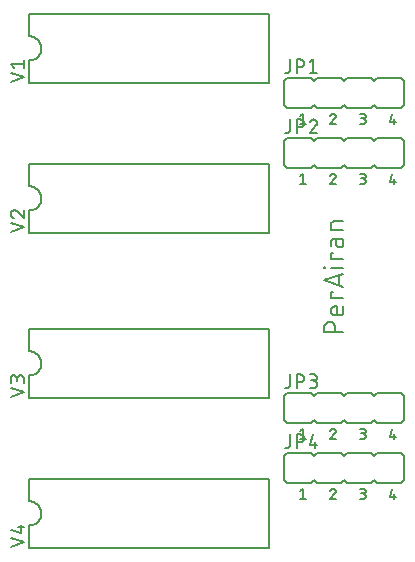
<source format=gbr>
G04 EAGLE Gerber RS-274X export*
G75*
%MOMM*%
%FSLAX34Y34*%
%LPD*%
%INSilkscreen Top*%
%IPPOS*%
%AMOC8*
5,1,8,0,0,1.08239X$1,22.5*%
G01*
%ADD10C,0.152400*%
%ADD11C,0.127000*%


D10*
X443738Y407162D02*
X427482Y407162D01*
X427482Y411678D01*
X427484Y411811D01*
X427490Y411943D01*
X427500Y412075D01*
X427513Y412207D01*
X427531Y412339D01*
X427552Y412469D01*
X427577Y412600D01*
X427606Y412729D01*
X427639Y412857D01*
X427675Y412985D01*
X427715Y413111D01*
X427759Y413236D01*
X427807Y413360D01*
X427858Y413482D01*
X427913Y413603D01*
X427971Y413722D01*
X428033Y413840D01*
X428098Y413955D01*
X428167Y414069D01*
X428238Y414180D01*
X428314Y414289D01*
X428392Y414396D01*
X428473Y414501D01*
X428558Y414603D01*
X428645Y414703D01*
X428735Y414800D01*
X428828Y414895D01*
X428924Y414986D01*
X429022Y415075D01*
X429123Y415161D01*
X429227Y415244D01*
X429333Y415324D01*
X429441Y415400D01*
X429551Y415474D01*
X429664Y415544D01*
X429778Y415611D01*
X429895Y415674D01*
X430013Y415734D01*
X430133Y415791D01*
X430255Y415844D01*
X430378Y415893D01*
X430502Y415939D01*
X430628Y415981D01*
X430755Y416019D01*
X430883Y416054D01*
X431012Y416085D01*
X431141Y416112D01*
X431272Y416135D01*
X431403Y416155D01*
X431535Y416170D01*
X431667Y416182D01*
X431799Y416190D01*
X431932Y416194D01*
X432064Y416194D01*
X432197Y416190D01*
X432329Y416182D01*
X432461Y416170D01*
X432593Y416155D01*
X432724Y416135D01*
X432855Y416112D01*
X432984Y416085D01*
X433113Y416054D01*
X433241Y416019D01*
X433368Y415981D01*
X433494Y415939D01*
X433618Y415893D01*
X433741Y415844D01*
X433863Y415791D01*
X433983Y415734D01*
X434101Y415674D01*
X434218Y415611D01*
X434332Y415544D01*
X434445Y415474D01*
X434555Y415400D01*
X434663Y415324D01*
X434769Y415244D01*
X434873Y415161D01*
X434974Y415075D01*
X435072Y414986D01*
X435168Y414895D01*
X435261Y414800D01*
X435351Y414703D01*
X435438Y414603D01*
X435523Y414501D01*
X435604Y414396D01*
X435682Y414289D01*
X435758Y414180D01*
X435829Y414069D01*
X435898Y413955D01*
X435963Y413840D01*
X436025Y413722D01*
X436083Y413603D01*
X436138Y413482D01*
X436189Y413360D01*
X436237Y413236D01*
X436281Y413111D01*
X436321Y412985D01*
X436357Y412857D01*
X436390Y412729D01*
X436419Y412600D01*
X436444Y412469D01*
X436465Y412339D01*
X436483Y412207D01*
X436496Y412075D01*
X436506Y411943D01*
X436512Y411811D01*
X436514Y411678D01*
X436513Y411678D02*
X436513Y407162D01*
X443738Y424632D02*
X443738Y429147D01*
X443738Y424632D02*
X443736Y424531D01*
X443730Y424430D01*
X443721Y424329D01*
X443708Y424228D01*
X443691Y424128D01*
X443670Y424029D01*
X443646Y423931D01*
X443618Y423834D01*
X443586Y423737D01*
X443551Y423642D01*
X443512Y423549D01*
X443470Y423457D01*
X443424Y423366D01*
X443375Y423278D01*
X443323Y423191D01*
X443267Y423106D01*
X443209Y423023D01*
X443147Y422943D01*
X443082Y422865D01*
X443015Y422789D01*
X442945Y422716D01*
X442872Y422646D01*
X442796Y422579D01*
X442718Y422514D01*
X442638Y422452D01*
X442555Y422394D01*
X442470Y422338D01*
X442384Y422286D01*
X442295Y422237D01*
X442204Y422191D01*
X442112Y422149D01*
X442019Y422110D01*
X441924Y422075D01*
X441827Y422043D01*
X441730Y422015D01*
X441632Y421991D01*
X441533Y421970D01*
X441433Y421953D01*
X441332Y421940D01*
X441231Y421931D01*
X441130Y421925D01*
X441029Y421923D01*
X441029Y421922D02*
X436513Y421922D01*
X436513Y421923D02*
X436394Y421925D01*
X436274Y421931D01*
X436155Y421941D01*
X436037Y421955D01*
X435918Y421972D01*
X435801Y421994D01*
X435684Y422019D01*
X435569Y422049D01*
X435454Y422082D01*
X435340Y422119D01*
X435228Y422159D01*
X435117Y422204D01*
X435008Y422252D01*
X434900Y422303D01*
X434794Y422358D01*
X434690Y422417D01*
X434588Y422479D01*
X434488Y422544D01*
X434390Y422613D01*
X434294Y422685D01*
X434201Y422760D01*
X434111Y422837D01*
X434023Y422918D01*
X433938Y423002D01*
X433856Y423089D01*
X433776Y423178D01*
X433700Y423270D01*
X433626Y423364D01*
X433556Y423461D01*
X433489Y423559D01*
X433425Y423660D01*
X433365Y423764D01*
X433308Y423869D01*
X433255Y423976D01*
X433205Y424084D01*
X433159Y424194D01*
X433117Y424306D01*
X433078Y424419D01*
X433043Y424533D01*
X433012Y424648D01*
X432984Y424765D01*
X432961Y424882D01*
X432941Y424999D01*
X432925Y425118D01*
X432913Y425237D01*
X432905Y425356D01*
X432901Y425475D01*
X432901Y425595D01*
X432905Y425714D01*
X432913Y425833D01*
X432925Y425952D01*
X432941Y426071D01*
X432961Y426188D01*
X432984Y426305D01*
X433012Y426422D01*
X433043Y426537D01*
X433078Y426651D01*
X433117Y426764D01*
X433159Y426876D01*
X433205Y426986D01*
X433255Y427094D01*
X433308Y427201D01*
X433365Y427306D01*
X433425Y427410D01*
X433489Y427511D01*
X433556Y427609D01*
X433626Y427706D01*
X433700Y427800D01*
X433776Y427892D01*
X433856Y427981D01*
X433938Y428068D01*
X434023Y428152D01*
X434111Y428233D01*
X434201Y428310D01*
X434294Y428385D01*
X434390Y428457D01*
X434488Y428526D01*
X434588Y428591D01*
X434690Y428653D01*
X434794Y428712D01*
X434900Y428767D01*
X435008Y428818D01*
X435117Y428866D01*
X435228Y428911D01*
X435340Y428951D01*
X435454Y428988D01*
X435569Y429021D01*
X435684Y429051D01*
X435801Y429076D01*
X435918Y429098D01*
X436037Y429115D01*
X436155Y429129D01*
X436274Y429139D01*
X436394Y429145D01*
X436513Y429147D01*
X438319Y429147D01*
X438319Y421922D01*
X443738Y436075D02*
X432901Y436075D01*
X432901Y441494D01*
X434707Y441494D01*
X443738Y445647D02*
X427482Y451066D01*
X443738Y456484D01*
X439674Y455130D02*
X439674Y447002D01*
X443738Y462008D02*
X432901Y462008D01*
X428385Y461556D02*
X427482Y461556D01*
X427482Y462459D01*
X428385Y462459D01*
X428385Y461556D01*
X432901Y468901D02*
X443738Y468901D01*
X432901Y468901D02*
X432901Y474319D01*
X434707Y474319D01*
X437416Y482324D02*
X437416Y486388D01*
X437416Y482324D02*
X437418Y482212D01*
X437424Y482101D01*
X437434Y481990D01*
X437447Y481879D01*
X437465Y481769D01*
X437487Y481660D01*
X437512Y481551D01*
X437541Y481443D01*
X437574Y481337D01*
X437611Y481231D01*
X437651Y481127D01*
X437695Y481025D01*
X437743Y480924D01*
X437794Y480825D01*
X437849Y480727D01*
X437907Y480632D01*
X437968Y480539D01*
X438033Y480448D01*
X438101Y480359D01*
X438172Y480273D01*
X438245Y480190D01*
X438322Y480109D01*
X438402Y480030D01*
X438484Y479955D01*
X438569Y479883D01*
X438656Y479813D01*
X438746Y479747D01*
X438838Y479684D01*
X438933Y479624D01*
X439029Y479568D01*
X439127Y479515D01*
X439227Y479466D01*
X439329Y479420D01*
X439432Y479378D01*
X439537Y479339D01*
X439643Y479304D01*
X439750Y479273D01*
X439858Y479246D01*
X439967Y479222D01*
X440077Y479203D01*
X440187Y479187D01*
X440298Y479175D01*
X440410Y479167D01*
X440521Y479163D01*
X440633Y479163D01*
X440744Y479167D01*
X440856Y479175D01*
X440967Y479187D01*
X441077Y479203D01*
X441187Y479222D01*
X441296Y479246D01*
X441404Y479273D01*
X441511Y479304D01*
X441617Y479339D01*
X441722Y479378D01*
X441825Y479420D01*
X441927Y479466D01*
X442027Y479515D01*
X442125Y479568D01*
X442221Y479624D01*
X442316Y479684D01*
X442408Y479747D01*
X442498Y479813D01*
X442585Y479883D01*
X442670Y479955D01*
X442752Y480030D01*
X442832Y480109D01*
X442909Y480190D01*
X442982Y480273D01*
X443053Y480359D01*
X443121Y480448D01*
X443186Y480539D01*
X443247Y480632D01*
X443305Y480727D01*
X443360Y480825D01*
X443411Y480924D01*
X443459Y481025D01*
X443503Y481127D01*
X443543Y481231D01*
X443580Y481337D01*
X443613Y481443D01*
X443642Y481551D01*
X443667Y481660D01*
X443689Y481769D01*
X443707Y481879D01*
X443720Y481990D01*
X443730Y482101D01*
X443736Y482212D01*
X443738Y482324D01*
X443738Y486388D01*
X435610Y486388D01*
X435509Y486386D01*
X435408Y486380D01*
X435307Y486371D01*
X435206Y486358D01*
X435106Y486341D01*
X435007Y486320D01*
X434909Y486296D01*
X434812Y486268D01*
X434715Y486236D01*
X434620Y486201D01*
X434527Y486162D01*
X434435Y486120D01*
X434344Y486074D01*
X434256Y486025D01*
X434169Y485973D01*
X434084Y485917D01*
X434001Y485859D01*
X433921Y485797D01*
X433843Y485732D01*
X433767Y485665D01*
X433694Y485595D01*
X433624Y485522D01*
X433557Y485446D01*
X433492Y485368D01*
X433430Y485288D01*
X433372Y485205D01*
X433316Y485120D01*
X433264Y485034D01*
X433215Y484945D01*
X433169Y484854D01*
X433127Y484762D01*
X433088Y484669D01*
X433053Y484574D01*
X433021Y484477D01*
X432993Y484380D01*
X432969Y484282D01*
X432948Y484183D01*
X432931Y484083D01*
X432918Y483982D01*
X432909Y483881D01*
X432903Y483780D01*
X432901Y483679D01*
X432901Y480067D01*
X432901Y493826D02*
X443738Y493826D01*
X432901Y493826D02*
X432901Y498341D01*
X432903Y498445D01*
X432909Y498548D01*
X432919Y498652D01*
X432933Y498755D01*
X432951Y498857D01*
X432972Y498958D01*
X432998Y499059D01*
X433027Y499158D01*
X433060Y499257D01*
X433097Y499354D01*
X433138Y499449D01*
X433182Y499543D01*
X433230Y499635D01*
X433281Y499725D01*
X433336Y499814D01*
X433394Y499900D01*
X433456Y499983D01*
X433520Y500065D01*
X433588Y500143D01*
X433658Y500219D01*
X433731Y500293D01*
X433808Y500363D01*
X433886Y500431D01*
X433968Y500495D01*
X434051Y500557D01*
X434137Y500615D01*
X434226Y500670D01*
X434316Y500721D01*
X434408Y500769D01*
X434502Y500813D01*
X434597Y500854D01*
X434694Y500891D01*
X434793Y500924D01*
X434892Y500953D01*
X434993Y500979D01*
X435094Y501000D01*
X435196Y501018D01*
X435299Y501032D01*
X435403Y501042D01*
X435506Y501048D01*
X435610Y501050D01*
X435610Y501051D02*
X443738Y501051D01*
X393700Y599440D02*
X393700Y619760D01*
X447040Y622300D02*
X467360Y622300D01*
X447040Y622300D02*
X444500Y619760D01*
X447040Y596900D02*
X467360Y596900D01*
X447040Y596900D02*
X444500Y599440D01*
X467360Y596900D02*
X469900Y599440D01*
X469900Y619760D02*
X467360Y622300D01*
X444500Y619760D02*
X441960Y622300D01*
X421640Y622300D01*
X419100Y619760D01*
X416560Y622300D01*
X396240Y622300D02*
X393700Y619760D01*
X396240Y622300D02*
X416560Y622300D01*
X441960Y596900D02*
X444500Y599440D01*
X421640Y596900D02*
X419100Y599440D01*
X416560Y596900D01*
X396240Y596900D02*
X393700Y599440D01*
X421640Y596900D02*
X441960Y596900D01*
X416560Y596900D02*
X396240Y596900D01*
X495300Y599440D02*
X495300Y619760D01*
X492760Y622300D01*
X495300Y599440D02*
X492760Y596900D01*
X472440Y596900D02*
X469900Y599440D01*
X469900Y619760D02*
X472440Y622300D01*
X492760Y622300D01*
X492760Y596900D02*
X472440Y596900D01*
D11*
X409434Y592201D02*
X407035Y590282D01*
X409434Y592201D02*
X409434Y583565D01*
X407035Y583565D02*
X411833Y583565D01*
X435074Y592201D02*
X435166Y592199D01*
X435257Y592193D01*
X435348Y592184D01*
X435439Y592170D01*
X435529Y592153D01*
X435618Y592131D01*
X435706Y592106D01*
X435793Y592078D01*
X435879Y592045D01*
X435963Y592009D01*
X436046Y591970D01*
X436127Y591927D01*
X436206Y591880D01*
X436283Y591831D01*
X436358Y591778D01*
X436430Y591722D01*
X436500Y591663D01*
X436568Y591601D01*
X436633Y591536D01*
X436695Y591468D01*
X436754Y591398D01*
X436810Y591326D01*
X436863Y591251D01*
X436912Y591174D01*
X436959Y591095D01*
X437002Y591014D01*
X437041Y590931D01*
X437077Y590847D01*
X437110Y590761D01*
X437138Y590674D01*
X437163Y590586D01*
X437185Y590497D01*
X437202Y590407D01*
X437216Y590316D01*
X437225Y590225D01*
X437231Y590134D01*
X437233Y590042D01*
X435074Y592201D02*
X434971Y592199D01*
X434869Y592193D01*
X434767Y592184D01*
X434665Y592171D01*
X434564Y592154D01*
X434463Y592133D01*
X434364Y592109D01*
X434265Y592080D01*
X434168Y592049D01*
X434071Y592013D01*
X433976Y591975D01*
X433883Y591932D01*
X433791Y591886D01*
X433701Y591837D01*
X433613Y591785D01*
X433526Y591729D01*
X433442Y591670D01*
X433361Y591609D01*
X433281Y591544D01*
X433204Y591476D01*
X433129Y591405D01*
X433058Y591332D01*
X432989Y591256D01*
X432922Y591178D01*
X432859Y591097D01*
X432799Y591014D01*
X432742Y590929D01*
X432688Y590842D01*
X432637Y590752D01*
X432590Y590661D01*
X432546Y590569D01*
X432505Y590474D01*
X432468Y590379D01*
X432435Y590282D01*
X436513Y588363D02*
X436580Y588429D01*
X436644Y588498D01*
X436705Y588569D01*
X436763Y588643D01*
X436818Y588719D01*
X436870Y588797D01*
X436919Y588877D01*
X436965Y588959D01*
X437007Y589043D01*
X437046Y589129D01*
X437081Y589216D01*
X437112Y589304D01*
X437140Y589394D01*
X437165Y589484D01*
X437186Y589576D01*
X437203Y589668D01*
X437216Y589761D01*
X437225Y589854D01*
X437231Y589948D01*
X437233Y590042D01*
X436513Y588363D02*
X432435Y583565D01*
X437233Y583565D01*
X457835Y583565D02*
X460234Y583565D01*
X460331Y583567D01*
X460427Y583573D01*
X460523Y583582D01*
X460619Y583596D01*
X460714Y583613D01*
X460808Y583635D01*
X460901Y583660D01*
X460994Y583688D01*
X461085Y583721D01*
X461174Y583757D01*
X461262Y583797D01*
X461349Y583840D01*
X461434Y583886D01*
X461516Y583936D01*
X461597Y583990D01*
X461675Y584046D01*
X461751Y584106D01*
X461825Y584168D01*
X461896Y584234D01*
X461964Y584302D01*
X462030Y584373D01*
X462092Y584447D01*
X462152Y584523D01*
X462208Y584601D01*
X462262Y584682D01*
X462312Y584765D01*
X462358Y584849D01*
X462401Y584936D01*
X462441Y585024D01*
X462477Y585113D01*
X462510Y585204D01*
X462538Y585297D01*
X462563Y585390D01*
X462585Y585484D01*
X462602Y585579D01*
X462616Y585675D01*
X462625Y585771D01*
X462631Y585867D01*
X462633Y585964D01*
X462631Y586061D01*
X462625Y586157D01*
X462616Y586253D01*
X462602Y586349D01*
X462585Y586444D01*
X462563Y586538D01*
X462538Y586631D01*
X462510Y586724D01*
X462477Y586815D01*
X462441Y586904D01*
X462401Y586992D01*
X462358Y587079D01*
X462312Y587164D01*
X462262Y587246D01*
X462208Y587327D01*
X462152Y587405D01*
X462092Y587481D01*
X462030Y587555D01*
X461964Y587626D01*
X461896Y587694D01*
X461825Y587760D01*
X461751Y587822D01*
X461675Y587882D01*
X461597Y587938D01*
X461516Y587992D01*
X461434Y588042D01*
X461349Y588088D01*
X461262Y588131D01*
X461174Y588171D01*
X461085Y588207D01*
X460994Y588240D01*
X460901Y588268D01*
X460808Y588293D01*
X460714Y588315D01*
X460619Y588332D01*
X460523Y588346D01*
X460427Y588355D01*
X460331Y588361D01*
X460234Y588363D01*
X460714Y592201D02*
X457835Y592201D01*
X460714Y592201D02*
X460800Y592199D01*
X460886Y592193D01*
X460972Y592184D01*
X461057Y592170D01*
X461141Y592153D01*
X461225Y592132D01*
X461307Y592107D01*
X461388Y592079D01*
X461468Y592047D01*
X461547Y592011D01*
X461623Y591972D01*
X461698Y591929D01*
X461771Y591884D01*
X461842Y591835D01*
X461910Y591782D01*
X461977Y591727D01*
X462040Y591669D01*
X462101Y591608D01*
X462159Y591545D01*
X462214Y591478D01*
X462267Y591410D01*
X462316Y591339D01*
X462361Y591266D01*
X462404Y591191D01*
X462443Y591115D01*
X462479Y591036D01*
X462511Y590956D01*
X462539Y590875D01*
X462564Y590793D01*
X462585Y590709D01*
X462602Y590625D01*
X462616Y590540D01*
X462625Y590454D01*
X462631Y590368D01*
X462633Y590282D01*
X462631Y590196D01*
X462625Y590110D01*
X462616Y590024D01*
X462602Y589939D01*
X462585Y589855D01*
X462564Y589771D01*
X462539Y589689D01*
X462511Y589608D01*
X462479Y589528D01*
X462443Y589449D01*
X462404Y589373D01*
X462361Y589298D01*
X462316Y589225D01*
X462267Y589154D01*
X462214Y589086D01*
X462159Y589019D01*
X462101Y588956D01*
X462040Y588895D01*
X461977Y588837D01*
X461910Y588782D01*
X461842Y588729D01*
X461771Y588680D01*
X461698Y588635D01*
X461623Y588592D01*
X461547Y588553D01*
X461468Y588517D01*
X461388Y588485D01*
X461307Y588457D01*
X461225Y588432D01*
X461141Y588411D01*
X461057Y588394D01*
X460972Y588380D01*
X460886Y588371D01*
X460800Y588365D01*
X460714Y588363D01*
X458795Y588363D01*
X483235Y585484D02*
X485154Y592201D01*
X483235Y585484D02*
X488033Y585484D01*
X486593Y587403D02*
X486593Y583565D01*
X398145Y629285D02*
X398145Y638175D01*
X398145Y629285D02*
X398143Y629185D01*
X398137Y629086D01*
X398127Y628986D01*
X398114Y628888D01*
X398096Y628789D01*
X398075Y628692D01*
X398050Y628596D01*
X398021Y628500D01*
X397988Y628406D01*
X397952Y628313D01*
X397912Y628222D01*
X397868Y628132D01*
X397821Y628044D01*
X397771Y627958D01*
X397717Y627874D01*
X397660Y627792D01*
X397600Y627713D01*
X397536Y627635D01*
X397470Y627561D01*
X397401Y627489D01*
X397329Y627420D01*
X397255Y627354D01*
X397177Y627290D01*
X397098Y627230D01*
X397016Y627173D01*
X396932Y627119D01*
X396846Y627069D01*
X396758Y627022D01*
X396668Y626978D01*
X396577Y626938D01*
X396484Y626902D01*
X396390Y626869D01*
X396294Y626840D01*
X396198Y626815D01*
X396101Y626794D01*
X396002Y626776D01*
X395904Y626763D01*
X395804Y626753D01*
X395705Y626747D01*
X395605Y626745D01*
X394335Y626745D01*
X404125Y626745D02*
X404125Y638175D01*
X407300Y638175D01*
X407411Y638173D01*
X407521Y638167D01*
X407632Y638158D01*
X407742Y638144D01*
X407851Y638127D01*
X407960Y638106D01*
X408068Y638081D01*
X408175Y638052D01*
X408281Y638020D01*
X408386Y637984D01*
X408489Y637944D01*
X408591Y637901D01*
X408692Y637854D01*
X408791Y637803D01*
X408888Y637750D01*
X408982Y637693D01*
X409075Y637632D01*
X409166Y637569D01*
X409255Y637502D01*
X409341Y637432D01*
X409424Y637359D01*
X409506Y637284D01*
X409584Y637206D01*
X409659Y637124D01*
X409732Y637041D01*
X409802Y636955D01*
X409869Y636866D01*
X409932Y636775D01*
X409993Y636682D01*
X410050Y636587D01*
X410103Y636491D01*
X410154Y636392D01*
X410201Y636291D01*
X410244Y636189D01*
X410284Y636086D01*
X410320Y635981D01*
X410352Y635875D01*
X410381Y635768D01*
X410406Y635660D01*
X410427Y635551D01*
X410444Y635442D01*
X410458Y635332D01*
X410467Y635221D01*
X410473Y635111D01*
X410475Y635000D01*
X410473Y634889D01*
X410467Y634779D01*
X410458Y634668D01*
X410444Y634558D01*
X410427Y634449D01*
X410406Y634340D01*
X410381Y634232D01*
X410352Y634125D01*
X410320Y634019D01*
X410284Y633914D01*
X410244Y633811D01*
X410201Y633709D01*
X410154Y633608D01*
X410103Y633509D01*
X410050Y633413D01*
X409993Y633318D01*
X409932Y633225D01*
X409869Y633134D01*
X409802Y633045D01*
X409732Y632959D01*
X409659Y632876D01*
X409584Y632794D01*
X409506Y632716D01*
X409424Y632641D01*
X409341Y632568D01*
X409255Y632498D01*
X409166Y632431D01*
X409075Y632368D01*
X408982Y632307D01*
X408888Y632250D01*
X408791Y632197D01*
X408692Y632146D01*
X408591Y632099D01*
X408489Y632056D01*
X408386Y632016D01*
X408281Y631980D01*
X408175Y631948D01*
X408068Y631919D01*
X407960Y631894D01*
X407851Y631873D01*
X407742Y631856D01*
X407632Y631842D01*
X407521Y631833D01*
X407411Y631827D01*
X407300Y631825D01*
X404125Y631825D01*
X414984Y635635D02*
X418159Y638175D01*
X418159Y626745D01*
X414984Y626745D02*
X421334Y626745D01*
D10*
X393700Y568960D02*
X393700Y548640D01*
X447040Y571500D02*
X467360Y571500D01*
X447040Y571500D02*
X444500Y568960D01*
X447040Y546100D02*
X467360Y546100D01*
X447040Y546100D02*
X444500Y548640D01*
X467360Y546100D02*
X469900Y548640D01*
X469900Y568960D02*
X467360Y571500D01*
X444500Y568960D02*
X441960Y571500D01*
X421640Y571500D01*
X419100Y568960D01*
X416560Y571500D01*
X396240Y571500D02*
X393700Y568960D01*
X396240Y571500D02*
X416560Y571500D01*
X441960Y546100D02*
X444500Y548640D01*
X421640Y546100D02*
X419100Y548640D01*
X416560Y546100D01*
X396240Y546100D02*
X393700Y548640D01*
X421640Y546100D02*
X441960Y546100D01*
X416560Y546100D02*
X396240Y546100D01*
X495300Y548640D02*
X495300Y568960D01*
X492760Y571500D01*
X495300Y548640D02*
X492760Y546100D01*
X472440Y546100D02*
X469900Y548640D01*
X469900Y568960D02*
X472440Y571500D01*
X492760Y571500D01*
X492760Y546100D02*
X472440Y546100D01*
D11*
X409434Y541401D02*
X407035Y539482D01*
X409434Y541401D02*
X409434Y532765D01*
X407035Y532765D02*
X411833Y532765D01*
X435074Y541401D02*
X435166Y541399D01*
X435257Y541393D01*
X435348Y541384D01*
X435439Y541370D01*
X435529Y541353D01*
X435618Y541331D01*
X435706Y541306D01*
X435793Y541278D01*
X435879Y541245D01*
X435963Y541209D01*
X436046Y541170D01*
X436127Y541127D01*
X436206Y541080D01*
X436283Y541031D01*
X436358Y540978D01*
X436430Y540922D01*
X436500Y540863D01*
X436568Y540801D01*
X436633Y540736D01*
X436695Y540668D01*
X436754Y540598D01*
X436810Y540526D01*
X436863Y540451D01*
X436912Y540374D01*
X436959Y540295D01*
X437002Y540214D01*
X437041Y540131D01*
X437077Y540047D01*
X437110Y539961D01*
X437138Y539874D01*
X437163Y539786D01*
X437185Y539697D01*
X437202Y539607D01*
X437216Y539516D01*
X437225Y539425D01*
X437231Y539334D01*
X437233Y539242D01*
X435074Y541401D02*
X434971Y541399D01*
X434869Y541393D01*
X434767Y541384D01*
X434665Y541371D01*
X434564Y541354D01*
X434463Y541333D01*
X434364Y541309D01*
X434265Y541280D01*
X434168Y541249D01*
X434071Y541213D01*
X433976Y541175D01*
X433883Y541132D01*
X433791Y541086D01*
X433701Y541037D01*
X433613Y540985D01*
X433526Y540929D01*
X433442Y540870D01*
X433361Y540809D01*
X433281Y540744D01*
X433204Y540676D01*
X433129Y540605D01*
X433058Y540532D01*
X432989Y540456D01*
X432922Y540378D01*
X432859Y540297D01*
X432799Y540214D01*
X432742Y540129D01*
X432688Y540042D01*
X432637Y539952D01*
X432590Y539861D01*
X432546Y539769D01*
X432505Y539674D01*
X432468Y539579D01*
X432435Y539482D01*
X436513Y537563D02*
X436580Y537629D01*
X436644Y537698D01*
X436705Y537769D01*
X436763Y537843D01*
X436818Y537919D01*
X436870Y537997D01*
X436919Y538077D01*
X436965Y538159D01*
X437007Y538243D01*
X437046Y538329D01*
X437081Y538416D01*
X437112Y538504D01*
X437140Y538594D01*
X437165Y538684D01*
X437186Y538776D01*
X437203Y538868D01*
X437216Y538961D01*
X437225Y539054D01*
X437231Y539148D01*
X437233Y539242D01*
X436513Y537563D02*
X432435Y532765D01*
X437233Y532765D01*
X457835Y532765D02*
X460234Y532765D01*
X460331Y532767D01*
X460427Y532773D01*
X460523Y532782D01*
X460619Y532796D01*
X460714Y532813D01*
X460808Y532835D01*
X460901Y532860D01*
X460994Y532888D01*
X461085Y532921D01*
X461174Y532957D01*
X461262Y532997D01*
X461349Y533040D01*
X461434Y533086D01*
X461516Y533136D01*
X461597Y533190D01*
X461675Y533246D01*
X461751Y533306D01*
X461825Y533368D01*
X461896Y533434D01*
X461964Y533502D01*
X462030Y533573D01*
X462092Y533647D01*
X462152Y533723D01*
X462208Y533801D01*
X462262Y533882D01*
X462312Y533965D01*
X462358Y534049D01*
X462401Y534136D01*
X462441Y534224D01*
X462477Y534313D01*
X462510Y534404D01*
X462538Y534497D01*
X462563Y534590D01*
X462585Y534684D01*
X462602Y534779D01*
X462616Y534875D01*
X462625Y534971D01*
X462631Y535067D01*
X462633Y535164D01*
X462631Y535261D01*
X462625Y535357D01*
X462616Y535453D01*
X462602Y535549D01*
X462585Y535644D01*
X462563Y535738D01*
X462538Y535831D01*
X462510Y535924D01*
X462477Y536015D01*
X462441Y536104D01*
X462401Y536192D01*
X462358Y536279D01*
X462312Y536364D01*
X462262Y536446D01*
X462208Y536527D01*
X462152Y536605D01*
X462092Y536681D01*
X462030Y536755D01*
X461964Y536826D01*
X461896Y536894D01*
X461825Y536960D01*
X461751Y537022D01*
X461675Y537082D01*
X461597Y537138D01*
X461516Y537192D01*
X461434Y537242D01*
X461349Y537288D01*
X461262Y537331D01*
X461174Y537371D01*
X461085Y537407D01*
X460994Y537440D01*
X460901Y537468D01*
X460808Y537493D01*
X460714Y537515D01*
X460619Y537532D01*
X460523Y537546D01*
X460427Y537555D01*
X460331Y537561D01*
X460234Y537563D01*
X460714Y541401D02*
X457835Y541401D01*
X460714Y541401D02*
X460800Y541399D01*
X460886Y541393D01*
X460972Y541384D01*
X461057Y541370D01*
X461141Y541353D01*
X461225Y541332D01*
X461307Y541307D01*
X461388Y541279D01*
X461468Y541247D01*
X461547Y541211D01*
X461623Y541172D01*
X461698Y541129D01*
X461771Y541084D01*
X461842Y541035D01*
X461910Y540982D01*
X461977Y540927D01*
X462040Y540869D01*
X462101Y540808D01*
X462159Y540745D01*
X462214Y540678D01*
X462267Y540610D01*
X462316Y540539D01*
X462361Y540466D01*
X462404Y540391D01*
X462443Y540315D01*
X462479Y540236D01*
X462511Y540156D01*
X462539Y540075D01*
X462564Y539993D01*
X462585Y539909D01*
X462602Y539825D01*
X462616Y539740D01*
X462625Y539654D01*
X462631Y539568D01*
X462633Y539482D01*
X462631Y539396D01*
X462625Y539310D01*
X462616Y539224D01*
X462602Y539139D01*
X462585Y539055D01*
X462564Y538971D01*
X462539Y538889D01*
X462511Y538808D01*
X462479Y538728D01*
X462443Y538649D01*
X462404Y538573D01*
X462361Y538498D01*
X462316Y538425D01*
X462267Y538354D01*
X462214Y538286D01*
X462159Y538219D01*
X462101Y538156D01*
X462040Y538095D01*
X461977Y538037D01*
X461910Y537982D01*
X461842Y537929D01*
X461771Y537880D01*
X461698Y537835D01*
X461623Y537792D01*
X461547Y537753D01*
X461468Y537717D01*
X461388Y537685D01*
X461307Y537657D01*
X461225Y537632D01*
X461141Y537611D01*
X461057Y537594D01*
X460972Y537580D01*
X460886Y537571D01*
X460800Y537565D01*
X460714Y537563D01*
X458795Y537563D01*
X483235Y534684D02*
X485154Y541401D01*
X483235Y534684D02*
X488033Y534684D01*
X486593Y536603D02*
X486593Y532765D01*
X398145Y578485D02*
X398145Y587375D01*
X398145Y578485D02*
X398143Y578385D01*
X398137Y578286D01*
X398127Y578186D01*
X398114Y578088D01*
X398096Y577989D01*
X398075Y577892D01*
X398050Y577796D01*
X398021Y577700D01*
X397988Y577606D01*
X397952Y577513D01*
X397912Y577422D01*
X397868Y577332D01*
X397821Y577244D01*
X397771Y577158D01*
X397717Y577074D01*
X397660Y576992D01*
X397600Y576913D01*
X397536Y576835D01*
X397470Y576761D01*
X397401Y576689D01*
X397329Y576620D01*
X397255Y576554D01*
X397177Y576490D01*
X397098Y576430D01*
X397016Y576373D01*
X396932Y576319D01*
X396846Y576269D01*
X396758Y576222D01*
X396668Y576178D01*
X396577Y576138D01*
X396484Y576102D01*
X396390Y576069D01*
X396294Y576040D01*
X396198Y576015D01*
X396101Y575994D01*
X396002Y575976D01*
X395904Y575963D01*
X395804Y575953D01*
X395705Y575947D01*
X395605Y575945D01*
X394335Y575945D01*
X404125Y575945D02*
X404125Y587375D01*
X407300Y587375D01*
X407411Y587373D01*
X407521Y587367D01*
X407632Y587358D01*
X407742Y587344D01*
X407851Y587327D01*
X407960Y587306D01*
X408068Y587281D01*
X408175Y587252D01*
X408281Y587220D01*
X408386Y587184D01*
X408489Y587144D01*
X408591Y587101D01*
X408692Y587054D01*
X408791Y587003D01*
X408888Y586950D01*
X408982Y586893D01*
X409075Y586832D01*
X409166Y586769D01*
X409255Y586702D01*
X409341Y586632D01*
X409424Y586559D01*
X409506Y586484D01*
X409584Y586406D01*
X409659Y586324D01*
X409732Y586241D01*
X409802Y586155D01*
X409869Y586066D01*
X409932Y585975D01*
X409993Y585882D01*
X410050Y585787D01*
X410103Y585691D01*
X410154Y585592D01*
X410201Y585491D01*
X410244Y585389D01*
X410284Y585286D01*
X410320Y585181D01*
X410352Y585075D01*
X410381Y584968D01*
X410406Y584860D01*
X410427Y584751D01*
X410444Y584642D01*
X410458Y584532D01*
X410467Y584421D01*
X410473Y584311D01*
X410475Y584200D01*
X410473Y584089D01*
X410467Y583979D01*
X410458Y583868D01*
X410444Y583758D01*
X410427Y583649D01*
X410406Y583540D01*
X410381Y583432D01*
X410352Y583325D01*
X410320Y583219D01*
X410284Y583114D01*
X410244Y583011D01*
X410201Y582909D01*
X410154Y582808D01*
X410103Y582709D01*
X410050Y582613D01*
X409993Y582518D01*
X409932Y582425D01*
X409869Y582334D01*
X409802Y582245D01*
X409732Y582159D01*
X409659Y582076D01*
X409584Y581994D01*
X409506Y581916D01*
X409424Y581841D01*
X409341Y581768D01*
X409255Y581698D01*
X409166Y581631D01*
X409075Y581568D01*
X408982Y581507D01*
X408888Y581450D01*
X408791Y581397D01*
X408692Y581346D01*
X408591Y581299D01*
X408489Y581256D01*
X408386Y581216D01*
X408281Y581180D01*
X408175Y581148D01*
X408068Y581119D01*
X407960Y581094D01*
X407851Y581073D01*
X407742Y581056D01*
X407632Y581042D01*
X407521Y581033D01*
X407411Y581027D01*
X407300Y581025D01*
X404125Y581025D01*
X418476Y587376D02*
X418580Y587374D01*
X418685Y587368D01*
X418789Y587359D01*
X418892Y587346D01*
X418995Y587328D01*
X419097Y587308D01*
X419199Y587283D01*
X419299Y587255D01*
X419399Y587223D01*
X419497Y587187D01*
X419594Y587148D01*
X419689Y587106D01*
X419783Y587060D01*
X419875Y587010D01*
X419965Y586958D01*
X420053Y586902D01*
X420139Y586842D01*
X420223Y586780D01*
X420304Y586715D01*
X420383Y586647D01*
X420460Y586575D01*
X420533Y586502D01*
X420605Y586425D01*
X420673Y586346D01*
X420738Y586265D01*
X420800Y586181D01*
X420860Y586095D01*
X420916Y586007D01*
X420968Y585917D01*
X421018Y585825D01*
X421064Y585731D01*
X421106Y585636D01*
X421145Y585539D01*
X421181Y585441D01*
X421213Y585341D01*
X421241Y585241D01*
X421266Y585139D01*
X421286Y585037D01*
X421304Y584934D01*
X421317Y584831D01*
X421326Y584727D01*
X421332Y584622D01*
X421334Y584518D01*
X418476Y587375D02*
X418358Y587373D01*
X418239Y587367D01*
X418121Y587358D01*
X418004Y587345D01*
X417887Y587327D01*
X417770Y587307D01*
X417654Y587282D01*
X417539Y587254D01*
X417426Y587221D01*
X417313Y587186D01*
X417201Y587146D01*
X417091Y587104D01*
X416982Y587057D01*
X416874Y587007D01*
X416769Y586954D01*
X416665Y586897D01*
X416563Y586837D01*
X416463Y586774D01*
X416365Y586707D01*
X416269Y586638D01*
X416176Y586565D01*
X416085Y586489D01*
X415996Y586411D01*
X415910Y586329D01*
X415827Y586245D01*
X415746Y586159D01*
X415669Y586069D01*
X415594Y585978D01*
X415522Y585884D01*
X415453Y585787D01*
X415388Y585689D01*
X415325Y585588D01*
X415266Y585485D01*
X415210Y585381D01*
X415158Y585275D01*
X415109Y585167D01*
X415064Y585058D01*
X415022Y584947D01*
X414984Y584835D01*
X420382Y582296D02*
X420458Y582371D01*
X420533Y582450D01*
X420604Y582531D01*
X420673Y582615D01*
X420738Y582701D01*
X420800Y582789D01*
X420860Y582879D01*
X420916Y582971D01*
X420969Y583066D01*
X421018Y583162D01*
X421064Y583260D01*
X421107Y583359D01*
X421146Y583460D01*
X421181Y583562D01*
X421213Y583665D01*
X421241Y583769D01*
X421266Y583874D01*
X421287Y583981D01*
X421304Y584087D01*
X421317Y584194D01*
X421326Y584302D01*
X421332Y584410D01*
X421334Y584518D01*
X420381Y582295D02*
X414984Y575945D01*
X421334Y575945D01*
D10*
X381000Y676910D02*
X177800Y676910D01*
X177800Y618490D02*
X381000Y618490D01*
X381000Y676910D01*
X177800Y676910D02*
X177800Y657860D01*
X177800Y637540D02*
X177800Y618490D01*
X177800Y637540D02*
X178047Y637543D01*
X178295Y637552D01*
X178542Y637567D01*
X178788Y637588D01*
X179034Y637615D01*
X179279Y637648D01*
X179524Y637687D01*
X179767Y637732D01*
X180009Y637783D01*
X180250Y637840D01*
X180489Y637902D01*
X180727Y637971D01*
X180963Y638045D01*
X181197Y638125D01*
X181429Y638210D01*
X181659Y638302D01*
X181887Y638398D01*
X182112Y638501D01*
X182335Y638608D01*
X182555Y638722D01*
X182772Y638840D01*
X182987Y638964D01*
X183198Y639093D01*
X183406Y639227D01*
X183611Y639366D01*
X183812Y639510D01*
X184010Y639658D01*
X184204Y639812D01*
X184394Y639970D01*
X184580Y640133D01*
X184762Y640300D01*
X184940Y640472D01*
X185114Y640648D01*
X185284Y640828D01*
X185449Y641013D01*
X185609Y641201D01*
X185765Y641393D01*
X185917Y641589D01*
X186063Y641788D01*
X186205Y641991D01*
X186341Y642198D01*
X186473Y642407D01*
X186599Y642620D01*
X186720Y642836D01*
X186836Y643054D01*
X186946Y643276D01*
X187051Y643500D01*
X187151Y643726D01*
X187245Y643955D01*
X187333Y644186D01*
X187416Y644420D01*
X187493Y644655D01*
X187564Y644892D01*
X187630Y645130D01*
X187689Y645370D01*
X187743Y645612D01*
X187791Y645855D01*
X187833Y646098D01*
X187869Y646343D01*
X187899Y646589D01*
X187923Y646835D01*
X187941Y647082D01*
X187953Y647329D01*
X187959Y647576D01*
X187959Y647824D01*
X187953Y648071D01*
X187941Y648318D01*
X187923Y648565D01*
X187899Y648811D01*
X187869Y649057D01*
X187833Y649302D01*
X187791Y649545D01*
X187743Y649788D01*
X187689Y650030D01*
X187630Y650270D01*
X187564Y650508D01*
X187493Y650745D01*
X187416Y650980D01*
X187333Y651214D01*
X187245Y651445D01*
X187151Y651674D01*
X187051Y651900D01*
X186946Y652124D01*
X186836Y652346D01*
X186720Y652564D01*
X186599Y652780D01*
X186473Y652993D01*
X186341Y653202D01*
X186205Y653409D01*
X186063Y653612D01*
X185917Y653811D01*
X185765Y654007D01*
X185609Y654199D01*
X185449Y654387D01*
X185284Y654572D01*
X185114Y654752D01*
X184940Y654928D01*
X184762Y655100D01*
X184580Y655267D01*
X184394Y655430D01*
X184204Y655588D01*
X184010Y655742D01*
X183812Y655890D01*
X183611Y656034D01*
X183406Y656173D01*
X183198Y656307D01*
X182987Y656436D01*
X182772Y656560D01*
X182555Y656678D01*
X182335Y656792D01*
X182112Y656899D01*
X181887Y657002D01*
X181659Y657098D01*
X181429Y657190D01*
X181197Y657275D01*
X180963Y657355D01*
X180727Y657429D01*
X180489Y657498D01*
X180250Y657560D01*
X180009Y657617D01*
X179767Y657668D01*
X179524Y657713D01*
X179279Y657752D01*
X179034Y657785D01*
X178788Y657812D01*
X178542Y657833D01*
X178295Y657848D01*
X178047Y657857D01*
X177800Y657860D01*
D11*
X173355Y622935D02*
X161925Y619125D01*
X161925Y626745D02*
X173355Y622935D01*
X164465Y631190D02*
X161925Y634365D01*
X173355Y634365D01*
X173355Y631190D02*
X173355Y637540D01*
D10*
X177800Y549910D02*
X381000Y549910D01*
X381000Y491490D02*
X177800Y491490D01*
X381000Y491490D02*
X381000Y549910D01*
X177800Y549910D02*
X177800Y530860D01*
X177800Y510540D02*
X177800Y491490D01*
X177800Y510540D02*
X178047Y510543D01*
X178295Y510552D01*
X178542Y510567D01*
X178788Y510588D01*
X179034Y510615D01*
X179279Y510648D01*
X179524Y510687D01*
X179767Y510732D01*
X180009Y510783D01*
X180250Y510840D01*
X180489Y510902D01*
X180727Y510971D01*
X180963Y511045D01*
X181197Y511125D01*
X181429Y511210D01*
X181659Y511302D01*
X181887Y511398D01*
X182112Y511501D01*
X182335Y511608D01*
X182555Y511722D01*
X182772Y511840D01*
X182987Y511964D01*
X183198Y512093D01*
X183406Y512227D01*
X183611Y512366D01*
X183812Y512510D01*
X184010Y512658D01*
X184204Y512812D01*
X184394Y512970D01*
X184580Y513133D01*
X184762Y513300D01*
X184940Y513472D01*
X185114Y513648D01*
X185284Y513828D01*
X185449Y514013D01*
X185609Y514201D01*
X185765Y514393D01*
X185917Y514589D01*
X186063Y514788D01*
X186205Y514991D01*
X186341Y515198D01*
X186473Y515407D01*
X186599Y515620D01*
X186720Y515836D01*
X186836Y516054D01*
X186946Y516276D01*
X187051Y516500D01*
X187151Y516726D01*
X187245Y516955D01*
X187333Y517186D01*
X187416Y517420D01*
X187493Y517655D01*
X187564Y517892D01*
X187630Y518130D01*
X187689Y518370D01*
X187743Y518612D01*
X187791Y518855D01*
X187833Y519098D01*
X187869Y519343D01*
X187899Y519589D01*
X187923Y519835D01*
X187941Y520082D01*
X187953Y520329D01*
X187959Y520576D01*
X187959Y520824D01*
X187953Y521071D01*
X187941Y521318D01*
X187923Y521565D01*
X187899Y521811D01*
X187869Y522057D01*
X187833Y522302D01*
X187791Y522545D01*
X187743Y522788D01*
X187689Y523030D01*
X187630Y523270D01*
X187564Y523508D01*
X187493Y523745D01*
X187416Y523980D01*
X187333Y524214D01*
X187245Y524445D01*
X187151Y524674D01*
X187051Y524900D01*
X186946Y525124D01*
X186836Y525346D01*
X186720Y525564D01*
X186599Y525780D01*
X186473Y525993D01*
X186341Y526202D01*
X186205Y526409D01*
X186063Y526612D01*
X185917Y526811D01*
X185765Y527007D01*
X185609Y527199D01*
X185449Y527387D01*
X185284Y527572D01*
X185114Y527752D01*
X184940Y527928D01*
X184762Y528100D01*
X184580Y528267D01*
X184394Y528430D01*
X184204Y528588D01*
X184010Y528742D01*
X183812Y528890D01*
X183611Y529034D01*
X183406Y529173D01*
X183198Y529307D01*
X182987Y529436D01*
X182772Y529560D01*
X182555Y529678D01*
X182335Y529792D01*
X182112Y529899D01*
X181887Y530002D01*
X181659Y530098D01*
X181429Y530190D01*
X181197Y530275D01*
X180963Y530355D01*
X180727Y530429D01*
X180489Y530498D01*
X180250Y530560D01*
X180009Y530617D01*
X179767Y530668D01*
X179524Y530713D01*
X179279Y530752D01*
X179034Y530785D01*
X178788Y530812D01*
X178542Y530833D01*
X178295Y530848D01*
X178047Y530857D01*
X177800Y530860D01*
D11*
X173355Y495935D02*
X161925Y492125D01*
X161925Y499745D02*
X173355Y495935D01*
X161925Y507683D02*
X161927Y507787D01*
X161933Y507892D01*
X161942Y507996D01*
X161955Y508099D01*
X161973Y508202D01*
X161993Y508304D01*
X162018Y508406D01*
X162046Y508506D01*
X162078Y508606D01*
X162114Y508704D01*
X162153Y508801D01*
X162195Y508896D01*
X162241Y508990D01*
X162291Y509082D01*
X162343Y509172D01*
X162399Y509260D01*
X162459Y509346D01*
X162521Y509430D01*
X162586Y509511D01*
X162654Y509590D01*
X162726Y509667D01*
X162799Y509740D01*
X162876Y509812D01*
X162955Y509880D01*
X163036Y509945D01*
X163120Y510007D01*
X163206Y510067D01*
X163294Y510123D01*
X163384Y510175D01*
X163476Y510225D01*
X163570Y510271D01*
X163665Y510313D01*
X163762Y510352D01*
X163860Y510388D01*
X163960Y510420D01*
X164060Y510448D01*
X164162Y510473D01*
X164264Y510493D01*
X164367Y510511D01*
X164470Y510524D01*
X164574Y510533D01*
X164679Y510539D01*
X164783Y510541D01*
X161925Y507683D02*
X161927Y507565D01*
X161933Y507446D01*
X161942Y507328D01*
X161955Y507211D01*
X161973Y507094D01*
X161993Y506977D01*
X162018Y506861D01*
X162046Y506746D01*
X162079Y506633D01*
X162114Y506520D01*
X162154Y506408D01*
X162196Y506298D01*
X162243Y506189D01*
X162293Y506081D01*
X162346Y505976D01*
X162403Y505872D01*
X162463Y505770D01*
X162526Y505670D01*
X162593Y505572D01*
X162662Y505476D01*
X162735Y505383D01*
X162811Y505292D01*
X162889Y505203D01*
X162971Y505117D01*
X163055Y505034D01*
X163141Y504953D01*
X163231Y504876D01*
X163322Y504801D01*
X163416Y504729D01*
X163513Y504660D01*
X163611Y504595D01*
X163712Y504532D01*
X163815Y504473D01*
X163919Y504417D01*
X164025Y504365D01*
X164133Y504316D01*
X164242Y504271D01*
X164353Y504229D01*
X164465Y504191D01*
X167005Y509588D02*
X166930Y509664D01*
X166851Y509739D01*
X166770Y509810D01*
X166686Y509879D01*
X166600Y509944D01*
X166512Y510006D01*
X166422Y510066D01*
X166330Y510122D01*
X166235Y510175D01*
X166139Y510224D01*
X166041Y510270D01*
X165942Y510313D01*
X165841Y510352D01*
X165739Y510387D01*
X165636Y510419D01*
X165532Y510447D01*
X165427Y510472D01*
X165320Y510493D01*
X165214Y510510D01*
X165107Y510523D01*
X164999Y510532D01*
X164891Y510538D01*
X164783Y510540D01*
X167005Y509588D02*
X173355Y504190D01*
X173355Y510540D01*
D10*
X177800Y410210D02*
X381000Y410210D01*
X381000Y351790D02*
X177800Y351790D01*
X381000Y351790D02*
X381000Y410210D01*
X177800Y410210D02*
X177800Y391160D01*
X177800Y370840D02*
X177800Y351790D01*
X177800Y370840D02*
X178047Y370843D01*
X178295Y370852D01*
X178542Y370867D01*
X178788Y370888D01*
X179034Y370915D01*
X179279Y370948D01*
X179524Y370987D01*
X179767Y371032D01*
X180009Y371083D01*
X180250Y371140D01*
X180489Y371202D01*
X180727Y371271D01*
X180963Y371345D01*
X181197Y371425D01*
X181429Y371510D01*
X181659Y371602D01*
X181887Y371698D01*
X182112Y371801D01*
X182335Y371908D01*
X182555Y372022D01*
X182772Y372140D01*
X182987Y372264D01*
X183198Y372393D01*
X183406Y372527D01*
X183611Y372666D01*
X183812Y372810D01*
X184010Y372958D01*
X184204Y373112D01*
X184394Y373270D01*
X184580Y373433D01*
X184762Y373600D01*
X184940Y373772D01*
X185114Y373948D01*
X185284Y374128D01*
X185449Y374313D01*
X185609Y374501D01*
X185765Y374693D01*
X185917Y374889D01*
X186063Y375088D01*
X186205Y375291D01*
X186341Y375498D01*
X186473Y375707D01*
X186599Y375920D01*
X186720Y376136D01*
X186836Y376354D01*
X186946Y376576D01*
X187051Y376800D01*
X187151Y377026D01*
X187245Y377255D01*
X187333Y377486D01*
X187416Y377720D01*
X187493Y377955D01*
X187564Y378192D01*
X187630Y378430D01*
X187689Y378670D01*
X187743Y378912D01*
X187791Y379155D01*
X187833Y379398D01*
X187869Y379643D01*
X187899Y379889D01*
X187923Y380135D01*
X187941Y380382D01*
X187953Y380629D01*
X187959Y380876D01*
X187959Y381124D01*
X187953Y381371D01*
X187941Y381618D01*
X187923Y381865D01*
X187899Y382111D01*
X187869Y382357D01*
X187833Y382602D01*
X187791Y382845D01*
X187743Y383088D01*
X187689Y383330D01*
X187630Y383570D01*
X187564Y383808D01*
X187493Y384045D01*
X187416Y384280D01*
X187333Y384514D01*
X187245Y384745D01*
X187151Y384974D01*
X187051Y385200D01*
X186946Y385424D01*
X186836Y385646D01*
X186720Y385864D01*
X186599Y386080D01*
X186473Y386293D01*
X186341Y386502D01*
X186205Y386709D01*
X186063Y386912D01*
X185917Y387111D01*
X185765Y387307D01*
X185609Y387499D01*
X185449Y387687D01*
X185284Y387872D01*
X185114Y388052D01*
X184940Y388228D01*
X184762Y388400D01*
X184580Y388567D01*
X184394Y388730D01*
X184204Y388888D01*
X184010Y389042D01*
X183812Y389190D01*
X183611Y389334D01*
X183406Y389473D01*
X183198Y389607D01*
X182987Y389736D01*
X182772Y389860D01*
X182555Y389978D01*
X182335Y390092D01*
X182112Y390199D01*
X181887Y390302D01*
X181659Y390398D01*
X181429Y390490D01*
X181197Y390575D01*
X180963Y390655D01*
X180727Y390729D01*
X180489Y390798D01*
X180250Y390860D01*
X180009Y390917D01*
X179767Y390968D01*
X179524Y391013D01*
X179279Y391052D01*
X179034Y391085D01*
X178788Y391112D01*
X178542Y391133D01*
X178295Y391148D01*
X178047Y391157D01*
X177800Y391160D01*
D11*
X173355Y356235D02*
X161925Y352425D01*
X161925Y360045D02*
X173355Y356235D01*
X173355Y364490D02*
X173355Y367665D01*
X173353Y367776D01*
X173347Y367886D01*
X173338Y367997D01*
X173324Y368107D01*
X173307Y368216D01*
X173286Y368325D01*
X173261Y368433D01*
X173232Y368540D01*
X173200Y368646D01*
X173164Y368751D01*
X173124Y368854D01*
X173081Y368956D01*
X173034Y369057D01*
X172983Y369156D01*
X172930Y369253D01*
X172873Y369347D01*
X172812Y369440D01*
X172749Y369531D01*
X172682Y369620D01*
X172612Y369706D01*
X172539Y369789D01*
X172464Y369871D01*
X172386Y369949D01*
X172304Y370024D01*
X172221Y370097D01*
X172135Y370167D01*
X172046Y370234D01*
X171955Y370297D01*
X171862Y370358D01*
X171768Y370415D01*
X171671Y370468D01*
X171572Y370519D01*
X171471Y370566D01*
X171369Y370609D01*
X171266Y370649D01*
X171161Y370685D01*
X171055Y370717D01*
X170948Y370746D01*
X170840Y370771D01*
X170731Y370792D01*
X170622Y370809D01*
X170512Y370823D01*
X170401Y370832D01*
X170291Y370838D01*
X170180Y370840D01*
X170069Y370838D01*
X169959Y370832D01*
X169848Y370823D01*
X169738Y370809D01*
X169629Y370792D01*
X169520Y370771D01*
X169412Y370746D01*
X169305Y370717D01*
X169199Y370685D01*
X169094Y370649D01*
X168991Y370609D01*
X168889Y370566D01*
X168788Y370519D01*
X168689Y370468D01*
X168593Y370415D01*
X168498Y370358D01*
X168405Y370297D01*
X168314Y370234D01*
X168225Y370167D01*
X168139Y370097D01*
X168056Y370024D01*
X167974Y369949D01*
X167896Y369871D01*
X167821Y369789D01*
X167748Y369706D01*
X167678Y369620D01*
X167611Y369531D01*
X167548Y369440D01*
X167487Y369347D01*
X167430Y369253D01*
X167377Y369156D01*
X167326Y369057D01*
X167279Y368956D01*
X167236Y368854D01*
X167196Y368751D01*
X167160Y368646D01*
X167128Y368540D01*
X167099Y368433D01*
X167074Y368325D01*
X167053Y368216D01*
X167036Y368107D01*
X167022Y367997D01*
X167013Y367886D01*
X167007Y367776D01*
X167005Y367665D01*
X161925Y368300D02*
X161925Y364490D01*
X161925Y368300D02*
X161927Y368400D01*
X161933Y368499D01*
X161943Y368599D01*
X161956Y368697D01*
X161974Y368796D01*
X161995Y368893D01*
X162020Y368989D01*
X162049Y369085D01*
X162082Y369179D01*
X162118Y369272D01*
X162158Y369363D01*
X162202Y369453D01*
X162249Y369541D01*
X162299Y369627D01*
X162353Y369711D01*
X162410Y369793D01*
X162470Y369872D01*
X162534Y369950D01*
X162600Y370024D01*
X162669Y370096D01*
X162741Y370165D01*
X162815Y370231D01*
X162893Y370295D01*
X162972Y370355D01*
X163054Y370412D01*
X163138Y370466D01*
X163224Y370516D01*
X163312Y370563D01*
X163402Y370607D01*
X163493Y370647D01*
X163586Y370683D01*
X163680Y370716D01*
X163776Y370745D01*
X163872Y370770D01*
X163969Y370791D01*
X164068Y370809D01*
X164166Y370822D01*
X164266Y370832D01*
X164365Y370838D01*
X164465Y370840D01*
X164565Y370838D01*
X164664Y370832D01*
X164764Y370822D01*
X164862Y370809D01*
X164961Y370791D01*
X165058Y370770D01*
X165154Y370745D01*
X165250Y370716D01*
X165344Y370683D01*
X165437Y370647D01*
X165528Y370607D01*
X165618Y370563D01*
X165706Y370516D01*
X165792Y370466D01*
X165876Y370412D01*
X165958Y370355D01*
X166037Y370295D01*
X166115Y370231D01*
X166189Y370165D01*
X166261Y370096D01*
X166330Y370024D01*
X166396Y369950D01*
X166460Y369872D01*
X166520Y369793D01*
X166577Y369711D01*
X166631Y369627D01*
X166681Y369541D01*
X166728Y369453D01*
X166772Y369363D01*
X166812Y369272D01*
X166848Y369179D01*
X166881Y369085D01*
X166910Y368989D01*
X166935Y368893D01*
X166956Y368796D01*
X166974Y368697D01*
X166987Y368599D01*
X166997Y368499D01*
X167003Y368400D01*
X167005Y368300D01*
X167005Y365760D01*
D10*
X177800Y283210D02*
X381000Y283210D01*
X381000Y224790D02*
X177800Y224790D01*
X381000Y224790D02*
X381000Y283210D01*
X177800Y283210D02*
X177800Y264160D01*
X177800Y243840D02*
X177800Y224790D01*
X177800Y243840D02*
X178047Y243843D01*
X178295Y243852D01*
X178542Y243867D01*
X178788Y243888D01*
X179034Y243915D01*
X179279Y243948D01*
X179524Y243987D01*
X179767Y244032D01*
X180009Y244083D01*
X180250Y244140D01*
X180489Y244202D01*
X180727Y244271D01*
X180963Y244345D01*
X181197Y244425D01*
X181429Y244510D01*
X181659Y244602D01*
X181887Y244698D01*
X182112Y244801D01*
X182335Y244908D01*
X182555Y245022D01*
X182772Y245140D01*
X182987Y245264D01*
X183198Y245393D01*
X183406Y245527D01*
X183611Y245666D01*
X183812Y245810D01*
X184010Y245958D01*
X184204Y246112D01*
X184394Y246270D01*
X184580Y246433D01*
X184762Y246600D01*
X184940Y246772D01*
X185114Y246948D01*
X185284Y247128D01*
X185449Y247313D01*
X185609Y247501D01*
X185765Y247693D01*
X185917Y247889D01*
X186063Y248088D01*
X186205Y248291D01*
X186341Y248498D01*
X186473Y248707D01*
X186599Y248920D01*
X186720Y249136D01*
X186836Y249354D01*
X186946Y249576D01*
X187051Y249800D01*
X187151Y250026D01*
X187245Y250255D01*
X187333Y250486D01*
X187416Y250720D01*
X187493Y250955D01*
X187564Y251192D01*
X187630Y251430D01*
X187689Y251670D01*
X187743Y251912D01*
X187791Y252155D01*
X187833Y252398D01*
X187869Y252643D01*
X187899Y252889D01*
X187923Y253135D01*
X187941Y253382D01*
X187953Y253629D01*
X187959Y253876D01*
X187959Y254124D01*
X187953Y254371D01*
X187941Y254618D01*
X187923Y254865D01*
X187899Y255111D01*
X187869Y255357D01*
X187833Y255602D01*
X187791Y255845D01*
X187743Y256088D01*
X187689Y256330D01*
X187630Y256570D01*
X187564Y256808D01*
X187493Y257045D01*
X187416Y257280D01*
X187333Y257514D01*
X187245Y257745D01*
X187151Y257974D01*
X187051Y258200D01*
X186946Y258424D01*
X186836Y258646D01*
X186720Y258864D01*
X186599Y259080D01*
X186473Y259293D01*
X186341Y259502D01*
X186205Y259709D01*
X186063Y259912D01*
X185917Y260111D01*
X185765Y260307D01*
X185609Y260499D01*
X185449Y260687D01*
X185284Y260872D01*
X185114Y261052D01*
X184940Y261228D01*
X184762Y261400D01*
X184580Y261567D01*
X184394Y261730D01*
X184204Y261888D01*
X184010Y262042D01*
X183812Y262190D01*
X183611Y262334D01*
X183406Y262473D01*
X183198Y262607D01*
X182987Y262736D01*
X182772Y262860D01*
X182555Y262978D01*
X182335Y263092D01*
X182112Y263199D01*
X181887Y263302D01*
X181659Y263398D01*
X181429Y263490D01*
X181197Y263575D01*
X180963Y263655D01*
X180727Y263729D01*
X180489Y263798D01*
X180250Y263860D01*
X180009Y263917D01*
X179767Y263968D01*
X179524Y264013D01*
X179279Y264052D01*
X179034Y264085D01*
X178788Y264112D01*
X178542Y264133D01*
X178295Y264148D01*
X178047Y264157D01*
X177800Y264160D01*
D11*
X173355Y229235D02*
X161925Y225425D01*
X161925Y233045D02*
X173355Y229235D01*
X170815Y237490D02*
X161925Y240030D01*
X170815Y237490D02*
X170815Y243840D01*
X168275Y241935D02*
X173355Y241935D01*
D10*
X393700Y332740D02*
X393700Y353060D01*
X447040Y355600D02*
X467360Y355600D01*
X447040Y355600D02*
X444500Y353060D01*
X447040Y330200D02*
X467360Y330200D01*
X447040Y330200D02*
X444500Y332740D01*
X467360Y330200D02*
X469900Y332740D01*
X469900Y353060D02*
X467360Y355600D01*
X444500Y353060D02*
X441960Y355600D01*
X421640Y355600D01*
X419100Y353060D01*
X416560Y355600D01*
X396240Y355600D02*
X393700Y353060D01*
X396240Y355600D02*
X416560Y355600D01*
X441960Y330200D02*
X444500Y332740D01*
X421640Y330200D02*
X419100Y332740D01*
X416560Y330200D01*
X396240Y330200D02*
X393700Y332740D01*
X421640Y330200D02*
X441960Y330200D01*
X416560Y330200D02*
X396240Y330200D01*
X495300Y332740D02*
X495300Y353060D01*
X492760Y355600D01*
X495300Y332740D02*
X492760Y330200D01*
X472440Y330200D02*
X469900Y332740D01*
X469900Y353060D02*
X472440Y355600D01*
X492760Y355600D01*
X492760Y330200D02*
X472440Y330200D01*
D11*
X409434Y325501D02*
X407035Y323582D01*
X409434Y325501D02*
X409434Y316865D01*
X407035Y316865D02*
X411833Y316865D01*
X435074Y325501D02*
X435166Y325499D01*
X435257Y325493D01*
X435348Y325484D01*
X435439Y325470D01*
X435529Y325453D01*
X435618Y325431D01*
X435706Y325406D01*
X435793Y325378D01*
X435879Y325345D01*
X435963Y325309D01*
X436046Y325270D01*
X436127Y325227D01*
X436206Y325180D01*
X436283Y325131D01*
X436358Y325078D01*
X436430Y325022D01*
X436500Y324963D01*
X436568Y324901D01*
X436633Y324836D01*
X436695Y324768D01*
X436754Y324698D01*
X436810Y324626D01*
X436863Y324551D01*
X436912Y324474D01*
X436959Y324395D01*
X437002Y324314D01*
X437041Y324231D01*
X437077Y324147D01*
X437110Y324061D01*
X437138Y323974D01*
X437163Y323886D01*
X437185Y323797D01*
X437202Y323707D01*
X437216Y323616D01*
X437225Y323525D01*
X437231Y323434D01*
X437233Y323342D01*
X435074Y325501D02*
X434971Y325499D01*
X434869Y325493D01*
X434767Y325484D01*
X434665Y325471D01*
X434564Y325454D01*
X434463Y325433D01*
X434364Y325409D01*
X434265Y325380D01*
X434168Y325349D01*
X434071Y325313D01*
X433976Y325275D01*
X433883Y325232D01*
X433791Y325186D01*
X433701Y325137D01*
X433613Y325085D01*
X433526Y325029D01*
X433442Y324970D01*
X433361Y324909D01*
X433281Y324844D01*
X433204Y324776D01*
X433129Y324705D01*
X433058Y324632D01*
X432989Y324556D01*
X432922Y324478D01*
X432859Y324397D01*
X432799Y324314D01*
X432742Y324229D01*
X432688Y324142D01*
X432637Y324052D01*
X432590Y323961D01*
X432546Y323869D01*
X432505Y323774D01*
X432468Y323679D01*
X432435Y323582D01*
X436513Y321663D02*
X436580Y321729D01*
X436644Y321798D01*
X436705Y321869D01*
X436763Y321943D01*
X436818Y322019D01*
X436870Y322097D01*
X436919Y322177D01*
X436965Y322259D01*
X437007Y322343D01*
X437046Y322429D01*
X437081Y322516D01*
X437112Y322604D01*
X437140Y322694D01*
X437165Y322784D01*
X437186Y322876D01*
X437203Y322968D01*
X437216Y323061D01*
X437225Y323154D01*
X437231Y323248D01*
X437233Y323342D01*
X436513Y321663D02*
X432435Y316865D01*
X437233Y316865D01*
X457835Y316865D02*
X460234Y316865D01*
X460331Y316867D01*
X460427Y316873D01*
X460523Y316882D01*
X460619Y316896D01*
X460714Y316913D01*
X460808Y316935D01*
X460901Y316960D01*
X460994Y316988D01*
X461085Y317021D01*
X461174Y317057D01*
X461262Y317097D01*
X461349Y317140D01*
X461434Y317186D01*
X461516Y317236D01*
X461597Y317290D01*
X461675Y317346D01*
X461751Y317406D01*
X461825Y317468D01*
X461896Y317534D01*
X461964Y317602D01*
X462030Y317673D01*
X462092Y317747D01*
X462152Y317823D01*
X462208Y317901D01*
X462262Y317982D01*
X462312Y318065D01*
X462358Y318149D01*
X462401Y318236D01*
X462441Y318324D01*
X462477Y318413D01*
X462510Y318504D01*
X462538Y318597D01*
X462563Y318690D01*
X462585Y318784D01*
X462602Y318879D01*
X462616Y318975D01*
X462625Y319071D01*
X462631Y319167D01*
X462633Y319264D01*
X462631Y319361D01*
X462625Y319457D01*
X462616Y319553D01*
X462602Y319649D01*
X462585Y319744D01*
X462563Y319838D01*
X462538Y319931D01*
X462510Y320024D01*
X462477Y320115D01*
X462441Y320204D01*
X462401Y320292D01*
X462358Y320379D01*
X462312Y320464D01*
X462262Y320546D01*
X462208Y320627D01*
X462152Y320705D01*
X462092Y320781D01*
X462030Y320855D01*
X461964Y320926D01*
X461896Y320994D01*
X461825Y321060D01*
X461751Y321122D01*
X461675Y321182D01*
X461597Y321238D01*
X461516Y321292D01*
X461434Y321342D01*
X461349Y321388D01*
X461262Y321431D01*
X461174Y321471D01*
X461085Y321507D01*
X460994Y321540D01*
X460901Y321568D01*
X460808Y321593D01*
X460714Y321615D01*
X460619Y321632D01*
X460523Y321646D01*
X460427Y321655D01*
X460331Y321661D01*
X460234Y321663D01*
X460714Y325501D02*
X457835Y325501D01*
X460714Y325501D02*
X460800Y325499D01*
X460886Y325493D01*
X460972Y325484D01*
X461057Y325470D01*
X461141Y325453D01*
X461225Y325432D01*
X461307Y325407D01*
X461388Y325379D01*
X461468Y325347D01*
X461547Y325311D01*
X461623Y325272D01*
X461698Y325229D01*
X461771Y325184D01*
X461842Y325135D01*
X461910Y325082D01*
X461977Y325027D01*
X462040Y324969D01*
X462101Y324908D01*
X462159Y324845D01*
X462214Y324778D01*
X462267Y324710D01*
X462316Y324639D01*
X462361Y324566D01*
X462404Y324491D01*
X462443Y324415D01*
X462479Y324336D01*
X462511Y324256D01*
X462539Y324175D01*
X462564Y324093D01*
X462585Y324009D01*
X462602Y323925D01*
X462616Y323840D01*
X462625Y323754D01*
X462631Y323668D01*
X462633Y323582D01*
X462631Y323496D01*
X462625Y323410D01*
X462616Y323324D01*
X462602Y323239D01*
X462585Y323155D01*
X462564Y323071D01*
X462539Y322989D01*
X462511Y322908D01*
X462479Y322828D01*
X462443Y322749D01*
X462404Y322673D01*
X462361Y322598D01*
X462316Y322525D01*
X462267Y322454D01*
X462214Y322386D01*
X462159Y322319D01*
X462101Y322256D01*
X462040Y322195D01*
X461977Y322137D01*
X461910Y322082D01*
X461842Y322029D01*
X461771Y321980D01*
X461698Y321935D01*
X461623Y321892D01*
X461547Y321853D01*
X461468Y321817D01*
X461388Y321785D01*
X461307Y321757D01*
X461225Y321732D01*
X461141Y321711D01*
X461057Y321694D01*
X460972Y321680D01*
X460886Y321671D01*
X460800Y321665D01*
X460714Y321663D01*
X458795Y321663D01*
X483235Y318784D02*
X485154Y325501D01*
X483235Y318784D02*
X488033Y318784D01*
X486593Y320703D02*
X486593Y316865D01*
X398145Y362585D02*
X398145Y371475D01*
X398145Y362585D02*
X398143Y362485D01*
X398137Y362386D01*
X398127Y362286D01*
X398114Y362188D01*
X398096Y362089D01*
X398075Y361992D01*
X398050Y361896D01*
X398021Y361800D01*
X397988Y361706D01*
X397952Y361613D01*
X397912Y361522D01*
X397868Y361432D01*
X397821Y361344D01*
X397771Y361258D01*
X397717Y361174D01*
X397660Y361092D01*
X397600Y361013D01*
X397536Y360935D01*
X397470Y360861D01*
X397401Y360789D01*
X397329Y360720D01*
X397255Y360654D01*
X397177Y360590D01*
X397098Y360530D01*
X397016Y360473D01*
X396932Y360419D01*
X396846Y360369D01*
X396758Y360322D01*
X396668Y360278D01*
X396577Y360238D01*
X396484Y360202D01*
X396390Y360169D01*
X396294Y360140D01*
X396198Y360115D01*
X396101Y360094D01*
X396002Y360076D01*
X395904Y360063D01*
X395804Y360053D01*
X395705Y360047D01*
X395605Y360045D01*
X394335Y360045D01*
X404125Y360045D02*
X404125Y371475D01*
X407300Y371475D01*
X407411Y371473D01*
X407521Y371467D01*
X407632Y371458D01*
X407742Y371444D01*
X407851Y371427D01*
X407960Y371406D01*
X408068Y371381D01*
X408175Y371352D01*
X408281Y371320D01*
X408386Y371284D01*
X408489Y371244D01*
X408591Y371201D01*
X408692Y371154D01*
X408791Y371103D01*
X408888Y371050D01*
X408982Y370993D01*
X409075Y370932D01*
X409166Y370869D01*
X409255Y370802D01*
X409341Y370732D01*
X409424Y370659D01*
X409506Y370584D01*
X409584Y370506D01*
X409659Y370424D01*
X409732Y370341D01*
X409802Y370255D01*
X409869Y370166D01*
X409932Y370075D01*
X409993Y369982D01*
X410050Y369887D01*
X410103Y369791D01*
X410154Y369692D01*
X410201Y369591D01*
X410244Y369489D01*
X410284Y369386D01*
X410320Y369281D01*
X410352Y369175D01*
X410381Y369068D01*
X410406Y368960D01*
X410427Y368851D01*
X410444Y368742D01*
X410458Y368632D01*
X410467Y368521D01*
X410473Y368411D01*
X410475Y368300D01*
X410473Y368189D01*
X410467Y368079D01*
X410458Y367968D01*
X410444Y367858D01*
X410427Y367749D01*
X410406Y367640D01*
X410381Y367532D01*
X410352Y367425D01*
X410320Y367319D01*
X410284Y367214D01*
X410244Y367111D01*
X410201Y367009D01*
X410154Y366908D01*
X410103Y366809D01*
X410050Y366712D01*
X409993Y366618D01*
X409932Y366525D01*
X409869Y366434D01*
X409802Y366345D01*
X409732Y366259D01*
X409659Y366176D01*
X409584Y366094D01*
X409506Y366016D01*
X409424Y365941D01*
X409341Y365868D01*
X409255Y365798D01*
X409166Y365731D01*
X409075Y365668D01*
X408982Y365607D01*
X408888Y365550D01*
X408791Y365497D01*
X408692Y365446D01*
X408591Y365399D01*
X408489Y365356D01*
X408386Y365316D01*
X408281Y365280D01*
X408175Y365248D01*
X408068Y365219D01*
X407960Y365194D01*
X407851Y365173D01*
X407742Y365156D01*
X407632Y365142D01*
X407521Y365133D01*
X407411Y365127D01*
X407300Y365125D01*
X404125Y365125D01*
X414984Y360045D02*
X418159Y360045D01*
X418270Y360047D01*
X418380Y360053D01*
X418491Y360062D01*
X418601Y360076D01*
X418710Y360093D01*
X418819Y360114D01*
X418927Y360139D01*
X419034Y360168D01*
X419140Y360200D01*
X419245Y360236D01*
X419348Y360276D01*
X419450Y360319D01*
X419551Y360366D01*
X419650Y360417D01*
X419747Y360470D01*
X419841Y360527D01*
X419934Y360588D01*
X420025Y360651D01*
X420114Y360718D01*
X420200Y360788D01*
X420283Y360861D01*
X420365Y360936D01*
X420443Y361014D01*
X420518Y361096D01*
X420591Y361179D01*
X420661Y361265D01*
X420728Y361354D01*
X420791Y361445D01*
X420852Y361538D01*
X420909Y361632D01*
X420962Y361729D01*
X421013Y361828D01*
X421060Y361929D01*
X421103Y362031D01*
X421143Y362134D01*
X421179Y362239D01*
X421211Y362345D01*
X421240Y362452D01*
X421265Y362560D01*
X421286Y362669D01*
X421303Y362778D01*
X421317Y362888D01*
X421326Y362999D01*
X421332Y363109D01*
X421334Y363220D01*
X421332Y363331D01*
X421326Y363441D01*
X421317Y363552D01*
X421303Y363662D01*
X421286Y363771D01*
X421265Y363880D01*
X421240Y363988D01*
X421211Y364095D01*
X421179Y364201D01*
X421143Y364306D01*
X421103Y364409D01*
X421060Y364511D01*
X421013Y364612D01*
X420962Y364711D01*
X420909Y364807D01*
X420852Y364902D01*
X420791Y364995D01*
X420728Y365086D01*
X420661Y365175D01*
X420591Y365261D01*
X420518Y365344D01*
X420443Y365426D01*
X420365Y365504D01*
X420283Y365579D01*
X420200Y365652D01*
X420114Y365722D01*
X420025Y365789D01*
X419934Y365852D01*
X419841Y365913D01*
X419747Y365970D01*
X419650Y366023D01*
X419551Y366074D01*
X419450Y366121D01*
X419348Y366164D01*
X419245Y366204D01*
X419140Y366240D01*
X419034Y366272D01*
X418927Y366301D01*
X418819Y366326D01*
X418710Y366347D01*
X418601Y366364D01*
X418491Y366378D01*
X418380Y366387D01*
X418270Y366393D01*
X418159Y366395D01*
X418794Y371475D02*
X414984Y371475D01*
X418794Y371475D02*
X418894Y371473D01*
X418993Y371467D01*
X419093Y371457D01*
X419191Y371444D01*
X419290Y371426D01*
X419387Y371405D01*
X419483Y371380D01*
X419579Y371351D01*
X419673Y371318D01*
X419766Y371282D01*
X419857Y371242D01*
X419947Y371198D01*
X420035Y371151D01*
X420121Y371101D01*
X420205Y371047D01*
X420287Y370990D01*
X420366Y370930D01*
X420444Y370866D01*
X420518Y370800D01*
X420590Y370731D01*
X420659Y370659D01*
X420725Y370585D01*
X420789Y370507D01*
X420849Y370428D01*
X420906Y370346D01*
X420960Y370262D01*
X421010Y370176D01*
X421057Y370088D01*
X421101Y369998D01*
X421141Y369907D01*
X421177Y369814D01*
X421210Y369720D01*
X421239Y369624D01*
X421264Y369528D01*
X421285Y369431D01*
X421303Y369332D01*
X421316Y369234D01*
X421326Y369134D01*
X421332Y369035D01*
X421334Y368935D01*
X421332Y368835D01*
X421326Y368736D01*
X421316Y368636D01*
X421303Y368538D01*
X421285Y368439D01*
X421264Y368342D01*
X421239Y368246D01*
X421210Y368150D01*
X421177Y368056D01*
X421141Y367963D01*
X421101Y367872D01*
X421057Y367782D01*
X421010Y367694D01*
X420960Y367608D01*
X420906Y367524D01*
X420849Y367442D01*
X420789Y367363D01*
X420725Y367285D01*
X420659Y367211D01*
X420590Y367139D01*
X420518Y367070D01*
X420444Y367004D01*
X420366Y366940D01*
X420287Y366880D01*
X420205Y366823D01*
X420121Y366769D01*
X420035Y366719D01*
X419947Y366672D01*
X419857Y366628D01*
X419766Y366588D01*
X419673Y366552D01*
X419579Y366519D01*
X419483Y366490D01*
X419387Y366465D01*
X419290Y366444D01*
X419191Y366426D01*
X419093Y366413D01*
X418993Y366403D01*
X418894Y366397D01*
X418794Y366395D01*
X416254Y366395D01*
D10*
X393700Y302260D02*
X393700Y281940D01*
X447040Y304800D02*
X467360Y304800D01*
X447040Y304800D02*
X444500Y302260D01*
X447040Y279400D02*
X467360Y279400D01*
X447040Y279400D02*
X444500Y281940D01*
X467360Y279400D02*
X469900Y281940D01*
X469900Y302260D02*
X467360Y304800D01*
X444500Y302260D02*
X441960Y304800D01*
X421640Y304800D01*
X419100Y302260D01*
X416560Y304800D01*
X396240Y304800D02*
X393700Y302260D01*
X396240Y304800D02*
X416560Y304800D01*
X441960Y279400D02*
X444500Y281940D01*
X421640Y279400D02*
X419100Y281940D01*
X416560Y279400D01*
X396240Y279400D02*
X393700Y281940D01*
X421640Y279400D02*
X441960Y279400D01*
X416560Y279400D02*
X396240Y279400D01*
X495300Y281940D02*
X495300Y302260D01*
X492760Y304800D01*
X495300Y281940D02*
X492760Y279400D01*
X472440Y279400D02*
X469900Y281940D01*
X469900Y302260D02*
X472440Y304800D01*
X492760Y304800D01*
X492760Y279400D02*
X472440Y279400D01*
D11*
X409434Y274701D02*
X407035Y272782D01*
X409434Y274701D02*
X409434Y266065D01*
X407035Y266065D02*
X411833Y266065D01*
X435074Y274701D02*
X435166Y274699D01*
X435257Y274693D01*
X435348Y274684D01*
X435439Y274670D01*
X435529Y274653D01*
X435618Y274631D01*
X435706Y274606D01*
X435793Y274578D01*
X435879Y274545D01*
X435963Y274509D01*
X436046Y274470D01*
X436127Y274427D01*
X436206Y274380D01*
X436283Y274331D01*
X436358Y274278D01*
X436430Y274222D01*
X436500Y274163D01*
X436568Y274101D01*
X436633Y274036D01*
X436695Y273968D01*
X436754Y273898D01*
X436810Y273826D01*
X436863Y273751D01*
X436912Y273674D01*
X436959Y273595D01*
X437002Y273514D01*
X437041Y273431D01*
X437077Y273347D01*
X437110Y273261D01*
X437138Y273174D01*
X437163Y273086D01*
X437185Y272997D01*
X437202Y272907D01*
X437216Y272816D01*
X437225Y272725D01*
X437231Y272634D01*
X437233Y272542D01*
X435074Y274701D02*
X434971Y274699D01*
X434869Y274693D01*
X434767Y274684D01*
X434665Y274671D01*
X434564Y274654D01*
X434463Y274633D01*
X434364Y274609D01*
X434265Y274580D01*
X434168Y274549D01*
X434071Y274513D01*
X433976Y274475D01*
X433883Y274432D01*
X433791Y274386D01*
X433701Y274337D01*
X433613Y274285D01*
X433526Y274229D01*
X433442Y274170D01*
X433361Y274109D01*
X433281Y274044D01*
X433204Y273976D01*
X433129Y273905D01*
X433058Y273832D01*
X432989Y273756D01*
X432922Y273678D01*
X432859Y273597D01*
X432799Y273514D01*
X432742Y273429D01*
X432688Y273342D01*
X432637Y273252D01*
X432590Y273161D01*
X432546Y273069D01*
X432505Y272974D01*
X432468Y272879D01*
X432435Y272782D01*
X436513Y270863D02*
X436580Y270929D01*
X436644Y270998D01*
X436705Y271069D01*
X436763Y271143D01*
X436818Y271219D01*
X436870Y271297D01*
X436919Y271377D01*
X436965Y271459D01*
X437007Y271543D01*
X437046Y271629D01*
X437081Y271716D01*
X437112Y271804D01*
X437140Y271894D01*
X437165Y271984D01*
X437186Y272076D01*
X437203Y272168D01*
X437216Y272261D01*
X437225Y272354D01*
X437231Y272448D01*
X437233Y272542D01*
X436513Y270863D02*
X432435Y266065D01*
X437233Y266065D01*
X457835Y266065D02*
X460234Y266065D01*
X460331Y266067D01*
X460427Y266073D01*
X460523Y266082D01*
X460619Y266096D01*
X460714Y266113D01*
X460808Y266135D01*
X460901Y266160D01*
X460994Y266188D01*
X461085Y266221D01*
X461174Y266257D01*
X461262Y266297D01*
X461349Y266340D01*
X461434Y266386D01*
X461516Y266436D01*
X461597Y266490D01*
X461675Y266546D01*
X461751Y266606D01*
X461825Y266668D01*
X461896Y266734D01*
X461964Y266802D01*
X462030Y266873D01*
X462092Y266947D01*
X462152Y267023D01*
X462208Y267101D01*
X462262Y267182D01*
X462312Y267265D01*
X462358Y267349D01*
X462401Y267436D01*
X462441Y267524D01*
X462477Y267613D01*
X462510Y267704D01*
X462538Y267797D01*
X462563Y267890D01*
X462585Y267984D01*
X462602Y268079D01*
X462616Y268175D01*
X462625Y268271D01*
X462631Y268367D01*
X462633Y268464D01*
X462631Y268561D01*
X462625Y268657D01*
X462616Y268753D01*
X462602Y268849D01*
X462585Y268944D01*
X462563Y269038D01*
X462538Y269131D01*
X462510Y269224D01*
X462477Y269315D01*
X462441Y269404D01*
X462401Y269492D01*
X462358Y269579D01*
X462312Y269664D01*
X462262Y269746D01*
X462208Y269827D01*
X462152Y269905D01*
X462092Y269981D01*
X462030Y270055D01*
X461964Y270126D01*
X461896Y270194D01*
X461825Y270260D01*
X461751Y270322D01*
X461675Y270382D01*
X461597Y270438D01*
X461516Y270492D01*
X461434Y270542D01*
X461349Y270588D01*
X461262Y270631D01*
X461174Y270671D01*
X461085Y270707D01*
X460994Y270740D01*
X460901Y270768D01*
X460808Y270793D01*
X460714Y270815D01*
X460619Y270832D01*
X460523Y270846D01*
X460427Y270855D01*
X460331Y270861D01*
X460234Y270863D01*
X460714Y274701D02*
X457835Y274701D01*
X460714Y274701D02*
X460800Y274699D01*
X460886Y274693D01*
X460972Y274684D01*
X461057Y274670D01*
X461141Y274653D01*
X461225Y274632D01*
X461307Y274607D01*
X461388Y274579D01*
X461468Y274547D01*
X461547Y274511D01*
X461623Y274472D01*
X461698Y274429D01*
X461771Y274384D01*
X461842Y274335D01*
X461910Y274282D01*
X461977Y274227D01*
X462040Y274169D01*
X462101Y274108D01*
X462159Y274045D01*
X462214Y273978D01*
X462267Y273910D01*
X462316Y273839D01*
X462361Y273766D01*
X462404Y273691D01*
X462443Y273615D01*
X462479Y273536D01*
X462511Y273456D01*
X462539Y273375D01*
X462564Y273293D01*
X462585Y273209D01*
X462602Y273125D01*
X462616Y273040D01*
X462625Y272954D01*
X462631Y272868D01*
X462633Y272782D01*
X462631Y272696D01*
X462625Y272610D01*
X462616Y272524D01*
X462602Y272439D01*
X462585Y272355D01*
X462564Y272271D01*
X462539Y272189D01*
X462511Y272108D01*
X462479Y272028D01*
X462443Y271949D01*
X462404Y271873D01*
X462361Y271798D01*
X462316Y271725D01*
X462267Y271654D01*
X462214Y271586D01*
X462159Y271519D01*
X462101Y271456D01*
X462040Y271395D01*
X461977Y271337D01*
X461910Y271282D01*
X461842Y271229D01*
X461771Y271180D01*
X461698Y271135D01*
X461623Y271092D01*
X461547Y271053D01*
X461468Y271017D01*
X461388Y270985D01*
X461307Y270957D01*
X461225Y270932D01*
X461141Y270911D01*
X461057Y270894D01*
X460972Y270880D01*
X460886Y270871D01*
X460800Y270865D01*
X460714Y270863D01*
X458795Y270863D01*
X483235Y267984D02*
X485154Y274701D01*
X483235Y267984D02*
X488033Y267984D01*
X486593Y269903D02*
X486593Y266065D01*
X398145Y311785D02*
X398145Y320675D01*
X398145Y311785D02*
X398143Y311685D01*
X398137Y311586D01*
X398127Y311486D01*
X398114Y311388D01*
X398096Y311289D01*
X398075Y311192D01*
X398050Y311096D01*
X398021Y311000D01*
X397988Y310906D01*
X397952Y310813D01*
X397912Y310722D01*
X397868Y310632D01*
X397821Y310544D01*
X397771Y310458D01*
X397717Y310374D01*
X397660Y310292D01*
X397600Y310213D01*
X397536Y310135D01*
X397470Y310061D01*
X397401Y309989D01*
X397329Y309920D01*
X397255Y309854D01*
X397177Y309790D01*
X397098Y309730D01*
X397016Y309673D01*
X396932Y309619D01*
X396846Y309569D01*
X396758Y309522D01*
X396668Y309478D01*
X396577Y309438D01*
X396484Y309402D01*
X396390Y309369D01*
X396294Y309340D01*
X396198Y309315D01*
X396101Y309294D01*
X396002Y309276D01*
X395904Y309263D01*
X395804Y309253D01*
X395705Y309247D01*
X395605Y309245D01*
X394335Y309245D01*
X404125Y309245D02*
X404125Y320675D01*
X407300Y320675D01*
X407411Y320673D01*
X407521Y320667D01*
X407632Y320658D01*
X407742Y320644D01*
X407851Y320627D01*
X407960Y320606D01*
X408068Y320581D01*
X408175Y320552D01*
X408281Y320520D01*
X408386Y320484D01*
X408489Y320444D01*
X408591Y320401D01*
X408692Y320354D01*
X408791Y320303D01*
X408888Y320250D01*
X408982Y320193D01*
X409075Y320132D01*
X409166Y320069D01*
X409255Y320002D01*
X409341Y319932D01*
X409424Y319859D01*
X409506Y319784D01*
X409584Y319706D01*
X409659Y319624D01*
X409732Y319541D01*
X409802Y319455D01*
X409869Y319366D01*
X409932Y319275D01*
X409993Y319182D01*
X410050Y319087D01*
X410103Y318991D01*
X410154Y318892D01*
X410201Y318791D01*
X410244Y318689D01*
X410284Y318586D01*
X410320Y318481D01*
X410352Y318375D01*
X410381Y318268D01*
X410406Y318160D01*
X410427Y318051D01*
X410444Y317942D01*
X410458Y317832D01*
X410467Y317721D01*
X410473Y317611D01*
X410475Y317500D01*
X410473Y317389D01*
X410467Y317279D01*
X410458Y317168D01*
X410444Y317058D01*
X410427Y316949D01*
X410406Y316840D01*
X410381Y316732D01*
X410352Y316625D01*
X410320Y316519D01*
X410284Y316414D01*
X410244Y316311D01*
X410201Y316209D01*
X410154Y316108D01*
X410103Y316009D01*
X410050Y315912D01*
X409993Y315818D01*
X409932Y315725D01*
X409869Y315634D01*
X409802Y315545D01*
X409732Y315459D01*
X409659Y315376D01*
X409584Y315294D01*
X409506Y315216D01*
X409424Y315141D01*
X409341Y315068D01*
X409255Y314998D01*
X409166Y314931D01*
X409075Y314868D01*
X408982Y314807D01*
X408888Y314750D01*
X408791Y314697D01*
X408692Y314646D01*
X408591Y314599D01*
X408489Y314556D01*
X408386Y314516D01*
X408281Y314480D01*
X408175Y314448D01*
X408068Y314419D01*
X407960Y314394D01*
X407851Y314373D01*
X407742Y314356D01*
X407632Y314342D01*
X407521Y314333D01*
X407411Y314327D01*
X407300Y314325D01*
X404125Y314325D01*
X414984Y311785D02*
X417524Y320675D01*
X414984Y311785D02*
X421334Y311785D01*
X419429Y314325D02*
X419429Y309245D01*
M02*

</source>
